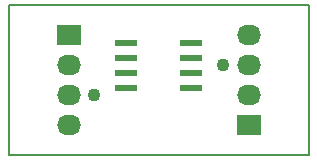
<source format=gts>
%TF.GenerationSoftware,KiCad,Pcbnew,7.0.8*%
%TF.CreationDate,2024-01-24T18:28:45-05:00*%
%TF.ProjectId,SupervisoryCircuitPCB,53757065-7276-4697-936f-727943697263,rev?*%
%TF.SameCoordinates,Original*%
%TF.FileFunction,Soldermask,Top*%
%TF.FilePolarity,Negative*%
%FSLAX46Y46*%
G04 Gerber Fmt 4.6, Leading zero omitted, Abs format (unit mm)*
G04 Created by KiCad (PCBNEW 7.0.8) date 2024-01-24 18:28:45*
%MOMM*%
%LPD*%
G01*
G04 APERTURE LIST*
%ADD10C,1.100000*%
%ADD11R,2.030000X1.730000*%
%ADD12O,2.030000X1.730000*%
%ADD13R,1.854200X0.558800*%
%TA.AperFunction,Profile*%
%ADD14C,0.200000*%
%TD*%
G04 APERTURE END LIST*
D10*
%TO.C,REF\u002A\u002A*%
X78360000Y-73660000D03*
D11*
X76200000Y-68580000D03*
D12*
X76200000Y-71120000D03*
X76200000Y-73660000D03*
X76200000Y-76200000D03*
%TD*%
D13*
%TO.C,REF\u002A\u002A*%
X81089500Y-69215000D03*
X81089500Y-70485000D03*
X81089500Y-71755000D03*
X81089500Y-73025000D03*
X86550500Y-73025000D03*
X86550500Y-71755000D03*
X86550500Y-70485000D03*
X86550500Y-69215000D03*
%TD*%
D10*
%TO.C,REF\u002A\u002A*%
X89280000Y-71120000D03*
D11*
X91440000Y-76200000D03*
D12*
X91440000Y-73660000D03*
X91440000Y-71120000D03*
X91440000Y-68580000D03*
%TD*%
D14*
X71120000Y-66040000D02*
X96520000Y-66040000D01*
X96520000Y-78740000D01*
X71120000Y-78740000D01*
X71120000Y-66040000D01*
M02*

</source>
